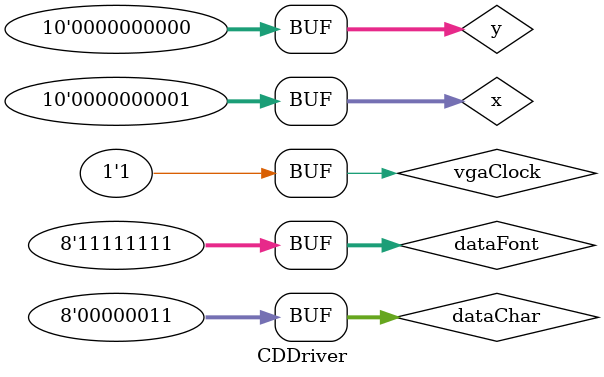
<source format=v>
`timescale 1ns / 1ps


module CDDriver;

	// Inputs
	reg [9:0] x;
	reg [9:0] y;
	reg vgaClock;
	reg [7:0] dataChar;
	reg [7:0] dataFont;

	// Outputs
	wire readClock;
	wire [8:0] pixelData;
	wire [12:0] addrRChar;
	wire [11:0] addrRFont;

	// Instantiate the Unit Under Test (UUT)
	ConsoleDriver uut (
		.x(x), 
		.y(y), 
		.vgaClock(vgaClock), 
		.readClock(readClock), 
		.pixelData(pixelData), 
		.addrRChar(addrRChar), 
		.addrRFont(addrRFont), 
		.dataChar(dataChar), 
		.dataFont(dataFont)
	);

	initial begin
		// Initialize Inputs
		x = 1;
		y = 0;
		vgaClock = 0;
		dataChar = 0;
		dataFont = 0;

		// Wait 100 ns for global reset to finish
		#100;
      vgaClock = 1;
		dataChar = 2;
		#10;
		vgaClock = 0;
		#10;
		vgaClock = 1;
		dataChar = 3;
		dataFont = 255;
		#10;
		vgaClock = 0;
		#10;
		vgaClock = 1;
		dataChar = 3;
		dataFont = 255;
		#10;
		// Add stimulus here

	end
      
endmodule


</source>
